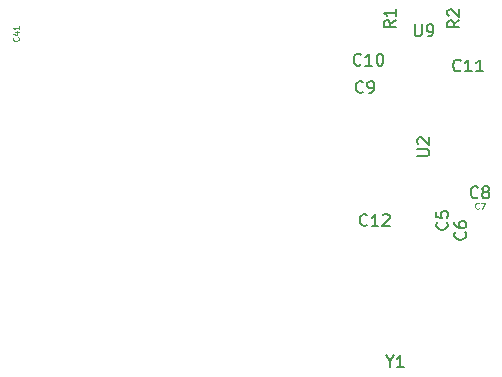
<source format=gbr>
%TF.GenerationSoftware,KiCad,Pcbnew,7.0.6*%
%TF.CreationDate,2024-01-08T21:04:37+01:00*%
%TF.ProjectId,KBD8X-MKII-HE,4b424438-582d-44d4-9b49-492d48452e6b,rev?*%
%TF.SameCoordinates,Original*%
%TF.FileFunction,Legend,Top*%
%TF.FilePolarity,Positive*%
%FSLAX46Y46*%
G04 Gerber Fmt 4.6, Leading zero omitted, Abs format (unit mm)*
G04 Created by KiCad (PCBNEW 7.0.6) date 2024-01-08 21:04:37*
%MOMM*%
%LPD*%
G01*
G04 APERTURE LIST*
G04 Aperture macros list*
%AMRoundRect*
0 Rectangle with rounded corners*
0 $1 Rounding radius*
0 $2 $3 $4 $5 $6 $7 $8 $9 X,Y pos of 4 corners*
0 Add a 4 corners polygon primitive as box body*
4,1,4,$2,$3,$4,$5,$6,$7,$8,$9,$2,$3,0*
0 Add four circle primitives for the rounded corners*
1,1,$1+$1,$2,$3*
1,1,$1+$1,$4,$5*
1,1,$1+$1,$6,$7*
1,1,$1+$1,$8,$9*
0 Add four rect primitives between the rounded corners*
20,1,$1+$1,$2,$3,$4,$5,0*
20,1,$1+$1,$4,$5,$6,$7,0*
20,1,$1+$1,$6,$7,$8,$9,0*
20,1,$1+$1,$8,$9,$2,$3,0*%
%AMHorizOval*
0 Thick line with rounded ends*
0 $1 width*
0 $2 $3 position (X,Y) of the first rounded end (center of the circle)*
0 $4 $5 position (X,Y) of the second rounded end (center of the circle)*
0 Add line between two ends*
20,1,$1,$2,$3,$4,$5,0*
0 Add two circle primitives to create the rounded ends*
1,1,$1,$2,$3*
1,1,$1,$4,$5*%
G04 Aperture macros list end*
%ADD10C,0.150000*%
%ADD11C,0.125000*%
%ADD12C,3.124000*%
%ADD13C,4.063800*%
%ADD14C,1.826000*%
%ADD15RoundRect,0.038000X-0.850000X0.850000X-0.850000X-0.850000X0.850000X-0.850000X0.850000X0.850000X0*%
%ADD16O,1.776000X1.776000*%
%ADD17C,0.726000*%
%ADD18O,1.076000X1.676000*%
%ADD19O,1.076000X2.176000*%
%ADD20RoundRect,0.038000X0.000000X-1.202082X1.202082X0.000000X0.000000X1.202082X-1.202082X0.000000X0*%
%ADD21HorizOval,1.776000X0.000000X0.000000X0.000000X0.000000X0*%
G04 APERTURE END LIST*
D10*
X330078095Y-75794819D02*
X330078095Y-76604342D01*
X330078095Y-76604342D02*
X330125714Y-76699580D01*
X330125714Y-76699580D02*
X330173333Y-76747200D01*
X330173333Y-76747200D02*
X330268571Y-76794819D01*
X330268571Y-76794819D02*
X330459047Y-76794819D01*
X330459047Y-76794819D02*
X330554285Y-76747200D01*
X330554285Y-76747200D02*
X330601904Y-76699580D01*
X330601904Y-76699580D02*
X330649523Y-76604342D01*
X330649523Y-76604342D02*
X330649523Y-75794819D01*
X331173333Y-76794819D02*
X331363809Y-76794819D01*
X331363809Y-76794819D02*
X331459047Y-76747200D01*
X331459047Y-76747200D02*
X331506666Y-76699580D01*
X331506666Y-76699580D02*
X331601904Y-76556723D01*
X331601904Y-76556723D02*
X331649523Y-76366247D01*
X331649523Y-76366247D02*
X331649523Y-75985295D01*
X331649523Y-75985295D02*
X331601904Y-75890057D01*
X331601904Y-75890057D02*
X331554285Y-75842438D01*
X331554285Y-75842438D02*
X331459047Y-75794819D01*
X331459047Y-75794819D02*
X331268571Y-75794819D01*
X331268571Y-75794819D02*
X331173333Y-75842438D01*
X331173333Y-75842438D02*
X331125714Y-75890057D01*
X331125714Y-75890057D02*
X331078095Y-75985295D01*
X331078095Y-75985295D02*
X331078095Y-76223390D01*
X331078095Y-76223390D02*
X331125714Y-76318628D01*
X331125714Y-76318628D02*
X331173333Y-76366247D01*
X331173333Y-76366247D02*
X331268571Y-76413866D01*
X331268571Y-76413866D02*
X331459047Y-76413866D01*
X331459047Y-76413866D02*
X331554285Y-76366247D01*
X331554285Y-76366247D02*
X331601904Y-76318628D01*
X331601904Y-76318628D02*
X331649523Y-76223390D01*
X333947142Y-79669580D02*
X333899523Y-79717200D01*
X333899523Y-79717200D02*
X333756666Y-79764819D01*
X333756666Y-79764819D02*
X333661428Y-79764819D01*
X333661428Y-79764819D02*
X333518571Y-79717200D01*
X333518571Y-79717200D02*
X333423333Y-79621961D01*
X333423333Y-79621961D02*
X333375714Y-79526723D01*
X333375714Y-79526723D02*
X333328095Y-79336247D01*
X333328095Y-79336247D02*
X333328095Y-79193390D01*
X333328095Y-79193390D02*
X333375714Y-79002914D01*
X333375714Y-79002914D02*
X333423333Y-78907676D01*
X333423333Y-78907676D02*
X333518571Y-78812438D01*
X333518571Y-78812438D02*
X333661428Y-78764819D01*
X333661428Y-78764819D02*
X333756666Y-78764819D01*
X333756666Y-78764819D02*
X333899523Y-78812438D01*
X333899523Y-78812438D02*
X333947142Y-78860057D01*
X334899523Y-79764819D02*
X334328095Y-79764819D01*
X334613809Y-79764819D02*
X334613809Y-78764819D01*
X334613809Y-78764819D02*
X334518571Y-78907676D01*
X334518571Y-78907676D02*
X334423333Y-79002914D01*
X334423333Y-79002914D02*
X334328095Y-79050533D01*
X335851904Y-79764819D02*
X335280476Y-79764819D01*
X335566190Y-79764819D02*
X335566190Y-78764819D01*
X335566190Y-78764819D02*
X335470952Y-78907676D01*
X335470952Y-78907676D02*
X335375714Y-79002914D01*
X335375714Y-79002914D02*
X335280476Y-79050533D01*
D11*
X335496666Y-91347190D02*
X335472857Y-91371000D01*
X335472857Y-91371000D02*
X335401428Y-91394809D01*
X335401428Y-91394809D02*
X335353809Y-91394809D01*
X335353809Y-91394809D02*
X335282381Y-91371000D01*
X335282381Y-91371000D02*
X335234762Y-91323380D01*
X335234762Y-91323380D02*
X335210952Y-91275761D01*
X335210952Y-91275761D02*
X335187143Y-91180523D01*
X335187143Y-91180523D02*
X335187143Y-91109095D01*
X335187143Y-91109095D02*
X335210952Y-91013857D01*
X335210952Y-91013857D02*
X335234762Y-90966238D01*
X335234762Y-90966238D02*
X335282381Y-90918619D01*
X335282381Y-90918619D02*
X335353809Y-90894809D01*
X335353809Y-90894809D02*
X335401428Y-90894809D01*
X335401428Y-90894809D02*
X335472857Y-90918619D01*
X335472857Y-90918619D02*
X335496666Y-90942428D01*
X335663333Y-90894809D02*
X335996666Y-90894809D01*
X335996666Y-90894809D02*
X335782381Y-91394809D01*
X296507190Y-76883928D02*
X296531000Y-76907737D01*
X296531000Y-76907737D02*
X296554809Y-76979166D01*
X296554809Y-76979166D02*
X296554809Y-77026785D01*
X296554809Y-77026785D02*
X296531000Y-77098213D01*
X296531000Y-77098213D02*
X296483380Y-77145832D01*
X296483380Y-77145832D02*
X296435761Y-77169642D01*
X296435761Y-77169642D02*
X296340523Y-77193451D01*
X296340523Y-77193451D02*
X296269095Y-77193451D01*
X296269095Y-77193451D02*
X296173857Y-77169642D01*
X296173857Y-77169642D02*
X296126238Y-77145832D01*
X296126238Y-77145832D02*
X296078619Y-77098213D01*
X296078619Y-77098213D02*
X296054809Y-77026785D01*
X296054809Y-77026785D02*
X296054809Y-76979166D01*
X296054809Y-76979166D02*
X296078619Y-76907737D01*
X296078619Y-76907737D02*
X296102428Y-76883928D01*
X296221476Y-76455356D02*
X296554809Y-76455356D01*
X296031000Y-76574404D02*
X296388142Y-76693451D01*
X296388142Y-76693451D02*
X296388142Y-76383928D01*
X296554809Y-75931547D02*
X296554809Y-76217261D01*
X296554809Y-76074404D02*
X296054809Y-76074404D01*
X296054809Y-76074404D02*
X296126238Y-76122023D01*
X296126238Y-76122023D02*
X296173857Y-76169642D01*
X296173857Y-76169642D02*
X296197666Y-76217261D01*
D10*
X333834819Y-75456666D02*
X333358628Y-75789999D01*
X333834819Y-76028094D02*
X332834819Y-76028094D01*
X332834819Y-76028094D02*
X332834819Y-75647142D01*
X332834819Y-75647142D02*
X332882438Y-75551904D01*
X332882438Y-75551904D02*
X332930057Y-75504285D01*
X332930057Y-75504285D02*
X333025295Y-75456666D01*
X333025295Y-75456666D02*
X333168152Y-75456666D01*
X333168152Y-75456666D02*
X333263390Y-75504285D01*
X333263390Y-75504285D02*
X333311009Y-75551904D01*
X333311009Y-75551904D02*
X333358628Y-75647142D01*
X333358628Y-75647142D02*
X333358628Y-76028094D01*
X332930057Y-75075713D02*
X332882438Y-75028094D01*
X332882438Y-75028094D02*
X332834819Y-74932856D01*
X332834819Y-74932856D02*
X332834819Y-74694761D01*
X332834819Y-74694761D02*
X332882438Y-74599523D01*
X332882438Y-74599523D02*
X332930057Y-74551904D01*
X332930057Y-74551904D02*
X333025295Y-74504285D01*
X333025295Y-74504285D02*
X333120533Y-74504285D01*
X333120533Y-74504285D02*
X333263390Y-74551904D01*
X333263390Y-74551904D02*
X333834819Y-75123332D01*
X333834819Y-75123332D02*
X333834819Y-74504285D01*
X328444819Y-75456666D02*
X327968628Y-75789999D01*
X328444819Y-76028094D02*
X327444819Y-76028094D01*
X327444819Y-76028094D02*
X327444819Y-75647142D01*
X327444819Y-75647142D02*
X327492438Y-75551904D01*
X327492438Y-75551904D02*
X327540057Y-75504285D01*
X327540057Y-75504285D02*
X327635295Y-75456666D01*
X327635295Y-75456666D02*
X327778152Y-75456666D01*
X327778152Y-75456666D02*
X327873390Y-75504285D01*
X327873390Y-75504285D02*
X327921009Y-75551904D01*
X327921009Y-75551904D02*
X327968628Y-75647142D01*
X327968628Y-75647142D02*
X327968628Y-76028094D01*
X328444819Y-74504285D02*
X328444819Y-75075713D01*
X328444819Y-74789999D02*
X327444819Y-74789999D01*
X327444819Y-74789999D02*
X327587676Y-74885237D01*
X327587676Y-74885237D02*
X327682914Y-74980475D01*
X327682914Y-74980475D02*
X327730533Y-75075713D01*
X327946309Y-104331128D02*
X327946309Y-104807319D01*
X327612976Y-103807319D02*
X327946309Y-104331128D01*
X327946309Y-104331128D02*
X328279642Y-103807319D01*
X329136785Y-104807319D02*
X328565357Y-104807319D01*
X328851071Y-104807319D02*
X328851071Y-103807319D01*
X328851071Y-103807319D02*
X328755833Y-103950176D01*
X328755833Y-103950176D02*
X328660595Y-104045414D01*
X328660595Y-104045414D02*
X328565357Y-104093033D01*
X335413333Y-90419580D02*
X335365714Y-90467200D01*
X335365714Y-90467200D02*
X335222857Y-90514819D01*
X335222857Y-90514819D02*
X335127619Y-90514819D01*
X335127619Y-90514819D02*
X334984762Y-90467200D01*
X334984762Y-90467200D02*
X334889524Y-90371961D01*
X334889524Y-90371961D02*
X334841905Y-90276723D01*
X334841905Y-90276723D02*
X334794286Y-90086247D01*
X334794286Y-90086247D02*
X334794286Y-89943390D01*
X334794286Y-89943390D02*
X334841905Y-89752914D01*
X334841905Y-89752914D02*
X334889524Y-89657676D01*
X334889524Y-89657676D02*
X334984762Y-89562438D01*
X334984762Y-89562438D02*
X335127619Y-89514819D01*
X335127619Y-89514819D02*
X335222857Y-89514819D01*
X335222857Y-89514819D02*
X335365714Y-89562438D01*
X335365714Y-89562438D02*
X335413333Y-89610057D01*
X335984762Y-89943390D02*
X335889524Y-89895771D01*
X335889524Y-89895771D02*
X335841905Y-89848152D01*
X335841905Y-89848152D02*
X335794286Y-89752914D01*
X335794286Y-89752914D02*
X335794286Y-89705295D01*
X335794286Y-89705295D02*
X335841905Y-89610057D01*
X335841905Y-89610057D02*
X335889524Y-89562438D01*
X335889524Y-89562438D02*
X335984762Y-89514819D01*
X335984762Y-89514819D02*
X336175238Y-89514819D01*
X336175238Y-89514819D02*
X336270476Y-89562438D01*
X336270476Y-89562438D02*
X336318095Y-89610057D01*
X336318095Y-89610057D02*
X336365714Y-89705295D01*
X336365714Y-89705295D02*
X336365714Y-89752914D01*
X336365714Y-89752914D02*
X336318095Y-89848152D01*
X336318095Y-89848152D02*
X336270476Y-89895771D01*
X336270476Y-89895771D02*
X336175238Y-89943390D01*
X336175238Y-89943390D02*
X335984762Y-89943390D01*
X335984762Y-89943390D02*
X335889524Y-89991009D01*
X335889524Y-89991009D02*
X335841905Y-90038628D01*
X335841905Y-90038628D02*
X335794286Y-90133866D01*
X335794286Y-90133866D02*
X335794286Y-90324342D01*
X335794286Y-90324342D02*
X335841905Y-90419580D01*
X335841905Y-90419580D02*
X335889524Y-90467200D01*
X335889524Y-90467200D02*
X335984762Y-90514819D01*
X335984762Y-90514819D02*
X336175238Y-90514819D01*
X336175238Y-90514819D02*
X336270476Y-90467200D01*
X336270476Y-90467200D02*
X336318095Y-90419580D01*
X336318095Y-90419580D02*
X336365714Y-90324342D01*
X336365714Y-90324342D02*
X336365714Y-90133866D01*
X336365714Y-90133866D02*
X336318095Y-90038628D01*
X336318095Y-90038628D02*
X336270476Y-89991009D01*
X336270476Y-89991009D02*
X336175238Y-89943390D01*
X330284819Y-86931904D02*
X331094342Y-86931904D01*
X331094342Y-86931904D02*
X331189580Y-86884285D01*
X331189580Y-86884285D02*
X331237200Y-86836666D01*
X331237200Y-86836666D02*
X331284819Y-86741428D01*
X331284819Y-86741428D02*
X331284819Y-86550952D01*
X331284819Y-86550952D02*
X331237200Y-86455714D01*
X331237200Y-86455714D02*
X331189580Y-86408095D01*
X331189580Y-86408095D02*
X331094342Y-86360476D01*
X331094342Y-86360476D02*
X330284819Y-86360476D01*
X330380057Y-85931904D02*
X330332438Y-85884285D01*
X330332438Y-85884285D02*
X330284819Y-85789047D01*
X330284819Y-85789047D02*
X330284819Y-85550952D01*
X330284819Y-85550952D02*
X330332438Y-85455714D01*
X330332438Y-85455714D02*
X330380057Y-85408095D01*
X330380057Y-85408095D02*
X330475295Y-85360476D01*
X330475295Y-85360476D02*
X330570533Y-85360476D01*
X330570533Y-85360476D02*
X330713390Y-85408095D01*
X330713390Y-85408095D02*
X331284819Y-85979523D01*
X331284819Y-85979523D02*
X331284819Y-85360476D01*
X334339580Y-93386666D02*
X334387200Y-93434285D01*
X334387200Y-93434285D02*
X334434819Y-93577142D01*
X334434819Y-93577142D02*
X334434819Y-93672380D01*
X334434819Y-93672380D02*
X334387200Y-93815237D01*
X334387200Y-93815237D02*
X334291961Y-93910475D01*
X334291961Y-93910475D02*
X334196723Y-93958094D01*
X334196723Y-93958094D02*
X334006247Y-94005713D01*
X334006247Y-94005713D02*
X333863390Y-94005713D01*
X333863390Y-94005713D02*
X333672914Y-93958094D01*
X333672914Y-93958094D02*
X333577676Y-93910475D01*
X333577676Y-93910475D02*
X333482438Y-93815237D01*
X333482438Y-93815237D02*
X333434819Y-93672380D01*
X333434819Y-93672380D02*
X333434819Y-93577142D01*
X333434819Y-93577142D02*
X333482438Y-93434285D01*
X333482438Y-93434285D02*
X333530057Y-93386666D01*
X333434819Y-92529523D02*
X333434819Y-92719999D01*
X333434819Y-92719999D02*
X333482438Y-92815237D01*
X333482438Y-92815237D02*
X333530057Y-92862856D01*
X333530057Y-92862856D02*
X333672914Y-92958094D01*
X333672914Y-92958094D02*
X333863390Y-93005713D01*
X333863390Y-93005713D02*
X334244342Y-93005713D01*
X334244342Y-93005713D02*
X334339580Y-92958094D01*
X334339580Y-92958094D02*
X334387200Y-92910475D01*
X334387200Y-92910475D02*
X334434819Y-92815237D01*
X334434819Y-92815237D02*
X334434819Y-92624761D01*
X334434819Y-92624761D02*
X334387200Y-92529523D01*
X334387200Y-92529523D02*
X334339580Y-92481904D01*
X334339580Y-92481904D02*
X334244342Y-92434285D01*
X334244342Y-92434285D02*
X334006247Y-92434285D01*
X334006247Y-92434285D02*
X333911009Y-92481904D01*
X333911009Y-92481904D02*
X333863390Y-92529523D01*
X333863390Y-92529523D02*
X333815771Y-92624761D01*
X333815771Y-92624761D02*
X333815771Y-92815237D01*
X333815771Y-92815237D02*
X333863390Y-92910475D01*
X333863390Y-92910475D02*
X333911009Y-92958094D01*
X333911009Y-92958094D02*
X334006247Y-93005713D01*
X325683333Y-81499580D02*
X325635714Y-81547200D01*
X325635714Y-81547200D02*
X325492857Y-81594819D01*
X325492857Y-81594819D02*
X325397619Y-81594819D01*
X325397619Y-81594819D02*
X325254762Y-81547200D01*
X325254762Y-81547200D02*
X325159524Y-81451961D01*
X325159524Y-81451961D02*
X325111905Y-81356723D01*
X325111905Y-81356723D02*
X325064286Y-81166247D01*
X325064286Y-81166247D02*
X325064286Y-81023390D01*
X325064286Y-81023390D02*
X325111905Y-80832914D01*
X325111905Y-80832914D02*
X325159524Y-80737676D01*
X325159524Y-80737676D02*
X325254762Y-80642438D01*
X325254762Y-80642438D02*
X325397619Y-80594819D01*
X325397619Y-80594819D02*
X325492857Y-80594819D01*
X325492857Y-80594819D02*
X325635714Y-80642438D01*
X325635714Y-80642438D02*
X325683333Y-80690057D01*
X326159524Y-81594819D02*
X326350000Y-81594819D01*
X326350000Y-81594819D02*
X326445238Y-81547200D01*
X326445238Y-81547200D02*
X326492857Y-81499580D01*
X326492857Y-81499580D02*
X326588095Y-81356723D01*
X326588095Y-81356723D02*
X326635714Y-81166247D01*
X326635714Y-81166247D02*
X326635714Y-80785295D01*
X326635714Y-80785295D02*
X326588095Y-80690057D01*
X326588095Y-80690057D02*
X326540476Y-80642438D01*
X326540476Y-80642438D02*
X326445238Y-80594819D01*
X326445238Y-80594819D02*
X326254762Y-80594819D01*
X326254762Y-80594819D02*
X326159524Y-80642438D01*
X326159524Y-80642438D02*
X326111905Y-80690057D01*
X326111905Y-80690057D02*
X326064286Y-80785295D01*
X326064286Y-80785295D02*
X326064286Y-81023390D01*
X326064286Y-81023390D02*
X326111905Y-81118628D01*
X326111905Y-81118628D02*
X326159524Y-81166247D01*
X326159524Y-81166247D02*
X326254762Y-81213866D01*
X326254762Y-81213866D02*
X326445238Y-81213866D01*
X326445238Y-81213866D02*
X326540476Y-81166247D01*
X326540476Y-81166247D02*
X326588095Y-81118628D01*
X326588095Y-81118628D02*
X326635714Y-81023390D01*
X332779580Y-92546666D02*
X332827200Y-92594285D01*
X332827200Y-92594285D02*
X332874819Y-92737142D01*
X332874819Y-92737142D02*
X332874819Y-92832380D01*
X332874819Y-92832380D02*
X332827200Y-92975237D01*
X332827200Y-92975237D02*
X332731961Y-93070475D01*
X332731961Y-93070475D02*
X332636723Y-93118094D01*
X332636723Y-93118094D02*
X332446247Y-93165713D01*
X332446247Y-93165713D02*
X332303390Y-93165713D01*
X332303390Y-93165713D02*
X332112914Y-93118094D01*
X332112914Y-93118094D02*
X332017676Y-93070475D01*
X332017676Y-93070475D02*
X331922438Y-92975237D01*
X331922438Y-92975237D02*
X331874819Y-92832380D01*
X331874819Y-92832380D02*
X331874819Y-92737142D01*
X331874819Y-92737142D02*
X331922438Y-92594285D01*
X331922438Y-92594285D02*
X331970057Y-92546666D01*
X331874819Y-91641904D02*
X331874819Y-92118094D01*
X331874819Y-92118094D02*
X332351009Y-92165713D01*
X332351009Y-92165713D02*
X332303390Y-92118094D01*
X332303390Y-92118094D02*
X332255771Y-92022856D01*
X332255771Y-92022856D02*
X332255771Y-91784761D01*
X332255771Y-91784761D02*
X332303390Y-91689523D01*
X332303390Y-91689523D02*
X332351009Y-91641904D01*
X332351009Y-91641904D02*
X332446247Y-91594285D01*
X332446247Y-91594285D02*
X332684342Y-91594285D01*
X332684342Y-91594285D02*
X332779580Y-91641904D01*
X332779580Y-91641904D02*
X332827200Y-91689523D01*
X332827200Y-91689523D02*
X332874819Y-91784761D01*
X332874819Y-91784761D02*
X332874819Y-92022856D01*
X332874819Y-92022856D02*
X332827200Y-92118094D01*
X332827200Y-92118094D02*
X332779580Y-92165713D01*
X326032142Y-92759580D02*
X325984523Y-92807200D01*
X325984523Y-92807200D02*
X325841666Y-92854819D01*
X325841666Y-92854819D02*
X325746428Y-92854819D01*
X325746428Y-92854819D02*
X325603571Y-92807200D01*
X325603571Y-92807200D02*
X325508333Y-92711961D01*
X325508333Y-92711961D02*
X325460714Y-92616723D01*
X325460714Y-92616723D02*
X325413095Y-92426247D01*
X325413095Y-92426247D02*
X325413095Y-92283390D01*
X325413095Y-92283390D02*
X325460714Y-92092914D01*
X325460714Y-92092914D02*
X325508333Y-91997676D01*
X325508333Y-91997676D02*
X325603571Y-91902438D01*
X325603571Y-91902438D02*
X325746428Y-91854819D01*
X325746428Y-91854819D02*
X325841666Y-91854819D01*
X325841666Y-91854819D02*
X325984523Y-91902438D01*
X325984523Y-91902438D02*
X326032142Y-91950057D01*
X326984523Y-92854819D02*
X326413095Y-92854819D01*
X326698809Y-92854819D02*
X326698809Y-91854819D01*
X326698809Y-91854819D02*
X326603571Y-91997676D01*
X326603571Y-91997676D02*
X326508333Y-92092914D01*
X326508333Y-92092914D02*
X326413095Y-92140533D01*
X327365476Y-91950057D02*
X327413095Y-91902438D01*
X327413095Y-91902438D02*
X327508333Y-91854819D01*
X327508333Y-91854819D02*
X327746428Y-91854819D01*
X327746428Y-91854819D02*
X327841666Y-91902438D01*
X327841666Y-91902438D02*
X327889285Y-91950057D01*
X327889285Y-91950057D02*
X327936904Y-92045295D01*
X327936904Y-92045295D02*
X327936904Y-92140533D01*
X327936904Y-92140533D02*
X327889285Y-92283390D01*
X327889285Y-92283390D02*
X327317857Y-92854819D01*
X327317857Y-92854819D02*
X327936904Y-92854819D01*
X325507142Y-79179580D02*
X325459523Y-79227200D01*
X325459523Y-79227200D02*
X325316666Y-79274819D01*
X325316666Y-79274819D02*
X325221428Y-79274819D01*
X325221428Y-79274819D02*
X325078571Y-79227200D01*
X325078571Y-79227200D02*
X324983333Y-79131961D01*
X324983333Y-79131961D02*
X324935714Y-79036723D01*
X324935714Y-79036723D02*
X324888095Y-78846247D01*
X324888095Y-78846247D02*
X324888095Y-78703390D01*
X324888095Y-78703390D02*
X324935714Y-78512914D01*
X324935714Y-78512914D02*
X324983333Y-78417676D01*
X324983333Y-78417676D02*
X325078571Y-78322438D01*
X325078571Y-78322438D02*
X325221428Y-78274819D01*
X325221428Y-78274819D02*
X325316666Y-78274819D01*
X325316666Y-78274819D02*
X325459523Y-78322438D01*
X325459523Y-78322438D02*
X325507142Y-78370057D01*
X326459523Y-79274819D02*
X325888095Y-79274819D01*
X326173809Y-79274819D02*
X326173809Y-78274819D01*
X326173809Y-78274819D02*
X326078571Y-78417676D01*
X326078571Y-78417676D02*
X325983333Y-78512914D01*
X325983333Y-78512914D02*
X325888095Y-78560533D01*
X327078571Y-78274819D02*
X327173809Y-78274819D01*
X327173809Y-78274819D02*
X327269047Y-78322438D01*
X327269047Y-78322438D02*
X327316666Y-78370057D01*
X327316666Y-78370057D02*
X327364285Y-78465295D01*
X327364285Y-78465295D02*
X327411904Y-78655771D01*
X327411904Y-78655771D02*
X327411904Y-78893866D01*
X327411904Y-78893866D02*
X327364285Y-79084342D01*
X327364285Y-79084342D02*
X327316666Y-79179580D01*
X327316666Y-79179580D02*
X327269047Y-79227200D01*
X327269047Y-79227200D02*
X327173809Y-79274819D01*
X327173809Y-79274819D02*
X327078571Y-79274819D01*
X327078571Y-79274819D02*
X326983333Y-79227200D01*
X326983333Y-79227200D02*
X326935714Y-79179580D01*
X326935714Y-79179580D02*
X326888095Y-79084342D01*
X326888095Y-79084342D02*
X326840476Y-78893866D01*
X326840476Y-78893866D02*
X326840476Y-78655771D01*
X326840476Y-78655771D02*
X326888095Y-78465295D01*
X326888095Y-78465295D02*
X326935714Y-78370057D01*
X326935714Y-78370057D02*
X326983333Y-78322438D01*
X326983333Y-78322438D02*
X327078571Y-78274819D01*
%LPC*%
D12*
%TO.C,REF\u002A\u002A*%
X294967500Y-131927500D03*
D13*
X294967500Y-147167500D03*
D12*
X318780000Y-131927500D03*
D13*
X318780000Y-147167500D03*
%TD*%
D12*
%TO.C,REF\u002A\u002A*%
X52080000Y-150977500D03*
D13*
X52080000Y-166217500D03*
D12*
X75892500Y-150977500D03*
D13*
X75892500Y-166217500D03*
%TD*%
D12*
%TO.C,REF\u002A\u002A*%
X290205000Y-150977500D03*
D13*
X290205000Y-166217500D03*
D12*
X314017500Y-150977500D03*
D13*
X314017500Y-166217500D03*
%TD*%
D12*
%TO.C,REF\u002A\u002A*%
X297348750Y-93827500D03*
D13*
X297348750Y-109067500D03*
D12*
X321161250Y-93827500D03*
D13*
X321161250Y-109067500D03*
%TD*%
D12*
%TO.C,REF\u002A\u002A*%
X242580000Y-183997500D03*
D13*
X242580000Y-168757500D03*
D12*
X128280000Y-183997500D03*
D13*
X128280000Y-168757500D03*
%TD*%
D14*
%TO.C,HALL34*%
X61922500Y-119862500D03*
X51762500Y-119862500D03*
%TD*%
%TO.C,HALL13*%
X323860000Y-77000000D03*
X313700000Y-77000000D03*
%TD*%
%TO.C,HALL17*%
X57160000Y-100812500D03*
X47000000Y-100812500D03*
%TD*%
%TO.C,HALL55*%
X147647500Y-138912500D03*
X137487500Y-138912500D03*
%TD*%
%TO.C,HALL32*%
X366722500Y-100812500D03*
X356562500Y-100812500D03*
%TD*%
%TO.C,HALL77*%
X61922500Y-177012500D03*
X51762500Y-177012500D03*
%TD*%
%TO.C,HALL4*%
X133360000Y-77000000D03*
X123200000Y-77000000D03*
%TD*%
D15*
%TO.C,J3*%
X369195000Y-136240000D03*
D16*
X371735000Y-136240000D03*
%TD*%
D14*
%TO.C,HALL59*%
X223847500Y-138912500D03*
X213687500Y-138912500D03*
%TD*%
%TO.C,HALL86*%
X385772500Y-177012500D03*
X375612500Y-177012500D03*
%TD*%
%TO.C,HALL8*%
X219085000Y-77000000D03*
X208925000Y-77000000D03*
%TD*%
%TO.C,HALL64*%
X69066250Y-157962500D03*
X58906250Y-157962500D03*
%TD*%
%TO.C,HALL35*%
X85735000Y-119862500D03*
X75575000Y-119862500D03*
%TD*%
%TO.C,HALL42*%
X219085000Y-119862500D03*
X208925000Y-119862500D03*
%TD*%
%TO.C,HALL21*%
X133360000Y-100812500D03*
X123200000Y-100812500D03*
%TD*%
%TO.C,HALL3*%
X114310000Y-77000000D03*
X104150000Y-77000000D03*
%TD*%
%TO.C,HALL20*%
X114310000Y-100812500D03*
X104150000Y-100812500D03*
%TD*%
%TO.C,HALL2*%
X95260000Y-77000000D03*
X85100000Y-77000000D03*
%TD*%
%TO.C,HALL38*%
X142885000Y-119862500D03*
X132725000Y-119862500D03*
%TD*%
%TO.C,HALL83*%
X319097500Y-177012500D03*
X308937500Y-177012500D03*
%TD*%
%TO.C,HALL65*%
X100022500Y-157962500D03*
X89862500Y-157962500D03*
%TD*%
%TO.C,HALL85*%
X366722500Y-177012500D03*
X356562500Y-177012500D03*
%TD*%
%TO.C,HALL40*%
X180985000Y-119862500D03*
X170825000Y-119862500D03*
%TD*%
%TO.C,HALL47*%
X319097500Y-119862500D03*
X308937500Y-119862500D03*
%TD*%
%TO.C,HALL7*%
X200035000Y-77000000D03*
X189875000Y-77000000D03*
%TD*%
%TO.C,HALL81*%
X271472500Y-177012500D03*
X261312500Y-177012500D03*
%TD*%
%TO.C,HALL79*%
X109547500Y-177012500D03*
X99387500Y-177012500D03*
%TD*%
%TO.C,HALL15*%
X366722500Y-77000000D03*
X356562500Y-77000000D03*
%TD*%
%TO.C,HALL25*%
X209560000Y-100812500D03*
X199400000Y-100812500D03*
%TD*%
%TO.C,HALL58*%
X204797500Y-138912500D03*
X194637500Y-138912500D03*
%TD*%
%TO.C,HALL84*%
X347672500Y-177012500D03*
X337512500Y-177012500D03*
%TD*%
%TO.C,HALL71*%
X214322500Y-157962500D03*
X204162500Y-157962500D03*
%TD*%
%TO.C,HALL80*%
X190510000Y-177012500D03*
X180350000Y-177012500D03*
%TD*%
%TO.C,HALL14*%
X347672500Y-77000000D03*
X337512500Y-77000000D03*
%TD*%
%TO.C,HALL43*%
X238135000Y-119862500D03*
X227975000Y-119862500D03*
%TD*%
%TO.C,HALL30*%
X314335000Y-100812500D03*
X304175000Y-100812500D03*
%TD*%
%TO.C,HALL41*%
X200035000Y-119862500D03*
X189875000Y-119862500D03*
%TD*%
%TO.C,HALL16*%
X385772500Y-77000000D03*
X375612500Y-77000000D03*
%TD*%
%TO.C,HALL27*%
X247660000Y-100812500D03*
X237500000Y-100812500D03*
%TD*%
D17*
%TO.C,J1*%
X327796742Y-71447386D03*
X333576742Y-71447386D03*
D18*
X326366742Y-67797386D03*
D19*
X326366742Y-71977386D03*
D18*
X335006742Y-67797386D03*
D19*
X335006742Y-71977386D03*
%TD*%
D14*
%TO.C,HALL22*%
X152410000Y-100812500D03*
X142250000Y-100812500D03*
%TD*%
%TO.C,HALL75*%
X307191250Y-157962500D03*
X297031250Y-157962500D03*
%TD*%
%TO.C,HALL67*%
X138122500Y-157962500D03*
X127962500Y-157962500D03*
%TD*%
%TO.C,HALL72*%
X233372500Y-157962500D03*
X223212500Y-157962500D03*
%TD*%
%TO.C,HALL1*%
X57160000Y-77000000D03*
X47000000Y-77000000D03*
%TD*%
%TO.C,HALL76*%
X366722500Y-157962500D03*
X356562500Y-157962500D03*
%TD*%
%TO.C,HALL10*%
X266710000Y-77000000D03*
X256550000Y-77000000D03*
%TD*%
%TO.C,HALL31*%
X347672500Y-100812500D03*
X337512500Y-100812500D03*
%TD*%
%TO.C,HALL50*%
X385772500Y-119862500D03*
X375612500Y-119862500D03*
%TD*%
%TO.C,HALL57*%
X185747500Y-138912500D03*
X175587500Y-138912500D03*
%TD*%
%TO.C,HALL48*%
X347672500Y-119862500D03*
X337512500Y-119862500D03*
%TD*%
%TO.C,HALL26*%
X228610000Y-100812500D03*
X218450000Y-100812500D03*
%TD*%
%TO.C,HALL23*%
X171460000Y-100812500D03*
X161300000Y-100812500D03*
%TD*%
%TO.C,HALL45*%
X276235000Y-119862500D03*
X266075000Y-119862500D03*
%TD*%
%TO.C,HALL74*%
X271472500Y-157962500D03*
X261312500Y-157962500D03*
%TD*%
%TO.C,HALL82*%
X295285000Y-177012500D03*
X285125000Y-177012500D03*
%TD*%
%TO.C,HALL6*%
X180985000Y-77000000D03*
X170825000Y-77000000D03*
%TD*%
%TO.C,HALL12*%
X304810000Y-77000000D03*
X294650000Y-77000000D03*
%TD*%
%TO.C,HALL46*%
X295285000Y-119862500D03*
X285125000Y-119862500D03*
%TD*%
%TO.C,HALL73*%
X252422500Y-157962500D03*
X242262500Y-157962500D03*
%TD*%
%TO.C,HALL78*%
X85735000Y-177012500D03*
X75575000Y-177012500D03*
%TD*%
%TO.C,HALL33*%
X385772500Y-100812500D03*
X375612500Y-100812500D03*
%TD*%
%TO.C,HALL11*%
X285760000Y-77000000D03*
X275600000Y-77000000D03*
%TD*%
%TO.C,HALL39*%
X161935000Y-119862500D03*
X151775000Y-119862500D03*
%TD*%
%TO.C,HALL36*%
X104785000Y-119862500D03*
X94625000Y-119862500D03*
%TD*%
%TO.C,HALL18*%
X76210000Y-100812500D03*
X66050000Y-100812500D03*
%TD*%
%TO.C,HALL5*%
X152410000Y-77000000D03*
X142250000Y-77000000D03*
%TD*%
%TO.C,HALL54*%
X128597500Y-138912500D03*
X118437500Y-138912500D03*
%TD*%
%TO.C,HALL52*%
X90497500Y-138912500D03*
X80337500Y-138912500D03*
%TD*%
%TO.C,HALL61*%
X261947500Y-138912500D03*
X251787500Y-138912500D03*
%TD*%
D15*
%TO.C,J2*%
X361975000Y-136400000D03*
D16*
X364515000Y-136400000D03*
%TD*%
D14*
%TO.C,HALL62*%
X280997500Y-138912500D03*
X270837500Y-138912500D03*
%TD*%
%TO.C,HALL68*%
X157172500Y-157962500D03*
X147012500Y-157962500D03*
%TD*%
%TO.C,HALL51*%
X59541250Y-138912500D03*
X49381250Y-138912500D03*
%TD*%
%TO.C,HALL37*%
X123835000Y-119862500D03*
X113675000Y-119862500D03*
%TD*%
%TO.C,HALL9*%
X238135000Y-77000000D03*
X227975000Y-77000000D03*
%TD*%
%TO.C,HALL19*%
X95260000Y-100812500D03*
X85100000Y-100812500D03*
%TD*%
%TO.C,HALL60*%
X242897500Y-138912500D03*
X232737500Y-138912500D03*
%TD*%
%TO.C,HALL63*%
X311953750Y-138912500D03*
X301793750Y-138912500D03*
%TD*%
%TO.C,HALL69*%
X176222500Y-157962500D03*
X166062500Y-157962500D03*
%TD*%
%TO.C,HALL70*%
X195272500Y-157962500D03*
X185112500Y-157962500D03*
%TD*%
%TO.C,HALL28*%
X266710000Y-100812500D03*
X256550000Y-100812500D03*
%TD*%
%TO.C,HALL56*%
X166697500Y-138912500D03*
X156537500Y-138912500D03*
%TD*%
%TO.C,HALL29*%
X285760000Y-100812500D03*
X275600000Y-100812500D03*
%TD*%
D20*
%TO.C,SWD1*%
X315523949Y-92236051D03*
D21*
X317320000Y-90440000D03*
X313727898Y-90440000D03*
X315523949Y-88643949D03*
X311931847Y-88643949D03*
X313727898Y-86847897D03*
%TD*%
D14*
%TO.C,HALL49*%
X366722500Y-119862500D03*
X356562500Y-119862500D03*
%TD*%
%TO.C,HALL53*%
X109547500Y-138912500D03*
X99387500Y-138912500D03*
%TD*%
%TO.C,HALL24*%
X190510000Y-100812500D03*
X180350000Y-100812500D03*
%TD*%
%TO.C,HALL66*%
X119072500Y-157962500D03*
X108912500Y-157962500D03*
%TD*%
%TO.C,HALL44*%
X257185000Y-119862500D03*
X247025000Y-119862500D03*
%TD*%
%LPD*%
M02*

</source>
